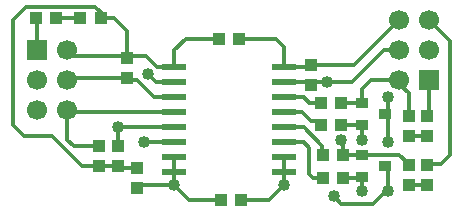
<source format=gbr>
G04 DipTrace 2.4.0.2*
%INTop.gbr*%
%MOIN*%
%ADD14C,0.013*%
%ADD17R,0.0394X0.0433*%
%ADD18R,0.0433X0.0394*%
%ADD19R,0.0394X0.0335*%
%ADD20R,0.0669X0.0669*%
%ADD21C,0.0669*%
%ADD22R,0.0787X0.0236*%
%ADD23C,0.04*%
%FSLAX44Y44*%
G04*
G70*
G90*
G75*
G01*
%LNTop*%
%LPD*%
X18754Y4940D2*
D14*
X18129D1*
X13977Y8878D2*
Y9530D1*
X13691Y9816D1*
X12485D1*
X13977Y8878D2*
X14816D1*
X14879Y8941D1*
X16317D1*
X17817Y10440D1*
X10316Y5878D2*
Y5378D1*
Y4940D1*
X5753Y9441D2*
Y10459D1*
X5708Y10503D1*
X11878Y4440D2*
X10816D1*
X10316Y4940D1*
X9172D1*
X9066Y4833D1*
X10316Y8378D2*
X9691D1*
X9441Y8628D1*
X6378Y10503D2*
X7190D1*
X13977Y7878D2*
X14629D1*
X14816Y7690D1*
X15209D1*
X13977Y7378D2*
X14566D1*
X14879Y7065D1*
X15209D1*
Y6940D1*
X13977Y6878D2*
X14628D1*
X15254Y6253D1*
Y5940D1*
X15272D1*
X13977Y6378D2*
X14628D1*
X14816Y6190D1*
Y5315D1*
X14941Y5190D1*
X15272D1*
X13977Y5378D2*
Y5878D1*
Y5378D2*
Y4940D1*
X12548Y4440D2*
X13477D1*
X13977Y4940D1*
X17347Y5566D2*
X17441D1*
Y4753D1*
X13977Y8378D2*
X14772D1*
X14879Y8271D1*
X17817Y9440D2*
X17316D1*
X16254Y8378D1*
X15402D1*
X14985D1*
X14879Y8271D1*
X17441Y4753D2*
X17379D1*
X16941Y4315D1*
X15879D1*
X15629Y4565D1*
X17347Y7316D2*
X17441D1*
Y6378D1*
Y7316D2*
Y7878D1*
X18754Y6565D2*
X18129D1*
X10316Y8878D2*
X9753D1*
X9378Y9253D1*
X8834D1*
X8753Y9172D1*
Y9253D1*
X6940D1*
X6753Y9441D1*
X8753Y9172D2*
Y10066D1*
X8315Y10503D1*
X7860D1*
X10316Y8878D2*
Y9441D1*
X10691Y9816D1*
X11816D1*
X7815Y5565D2*
X8422D1*
X8440Y5583D1*
X9066Y5503D2*
X8521D1*
X8440Y5583D1*
X7815Y5565D2*
X7253D1*
X6253Y6565D1*
X5315D1*
X4940Y6940D1*
Y10441D1*
X5378Y10878D1*
X7690D1*
X8065Y10503D1*
X7860D1*
X10316Y7378D2*
X6815D1*
X6753Y7441D1*
X7815Y6234D2*
X6959D1*
X6753Y6440D1*
Y7440D1*
Y7441D1*
X10316Y7878D2*
X9628D1*
X9066Y8440D1*
X8816D1*
X8753Y8503D1*
X7003D1*
X6940Y8441D1*
X6753D1*
X10316Y6378D2*
X9316D1*
X8440Y6253D2*
Y6878D1*
X10316D2*
X8440D1*
X16566Y7690D2*
X15879D1*
X16566D2*
Y8128D1*
X16879Y8440D1*
X17817D1*
Y8315D1*
X18129Y8003D1*
Y7235D1*
X15879Y6940D2*
X16564D1*
X16566Y6942D1*
X18817Y8440D2*
Y7297D1*
X18754Y7235D1*
X16566Y6942D2*
Y6440D1*
X15941Y5940D2*
X16566D1*
X17816D1*
X18129Y5628D1*
Y5609D1*
X15941Y5940D2*
Y6378D1*
X15879Y6440D1*
X15941Y5190D2*
X16564D1*
X16566Y5192D1*
Y4753D1*
X18754Y5609D2*
Y5628D1*
X19192D1*
X19504Y5940D1*
Y9753D1*
X18817Y10440D1*
D23*
X10316Y4940D3*
X9441Y8628D3*
X13977Y4940D3*
X17441Y4753D3*
X15629Y4565D3*
X17441Y6378D3*
Y7878D3*
X15402Y8378D3*
X9316Y6378D3*
X8440Y6878D3*
X16566Y6440D3*
X15879D3*
X16566Y4753D3*
D17*
X18754Y4940D3*
Y5609D3*
Y6565D3*
Y7235D3*
X14879Y8941D3*
Y8271D3*
X9066Y5503D3*
Y4833D3*
D18*
X7190Y10503D3*
X7860D3*
D19*
X16566Y5940D3*
Y5192D3*
X17347Y5566D3*
X16566Y7690D3*
Y6942D3*
X17347Y7316D3*
D20*
X5753Y9441D3*
D21*
X6753D3*
X5753Y8441D3*
X6753D3*
X5753Y7441D3*
X6753D3*
D20*
X18817Y8440D3*
D21*
X17817D3*
X18817Y9440D3*
X17817D3*
X18817Y10440D3*
X17817D3*
D17*
X8440Y5583D3*
Y6253D3*
D18*
X11878Y4440D3*
X12548D3*
D17*
X8753Y8503D3*
Y9172D3*
D18*
X11816Y9816D3*
X12485D3*
X15879Y6940D3*
X15209D3*
D17*
X18129Y4940D3*
Y5609D3*
Y6565D3*
Y7235D3*
D18*
X15879Y7690D3*
X15209D3*
X15941Y5940D3*
X15272D3*
X15941Y5190D3*
X15272D3*
D17*
X7815Y5565D3*
Y6234D3*
D18*
X6378Y10503D3*
X5708D3*
D22*
X10316Y8878D3*
Y8378D3*
Y7878D3*
Y7378D3*
Y6878D3*
Y6378D3*
Y5878D3*
Y5378D3*
X13977D3*
Y5878D3*
Y6378D3*
Y6878D3*
Y7378D3*
Y7878D3*
Y8378D3*
Y8878D3*
M02*

</source>
